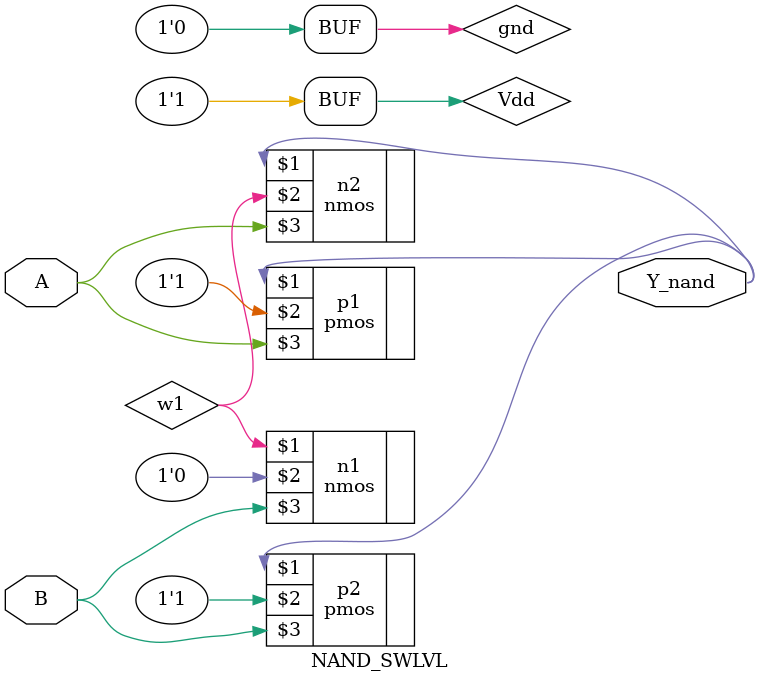
<source format=v>
module NAND_SWLVL(
input A,
input B,
output Y_nand
 );
 wire w1;
 supply1 Vdd;
 supply0 gnd;
 
 pmos p1(Y_nand,Vdd,A);
 pmos p2(Y_nand,Vdd,B);
 nmos n1(w1,gnd,B);
 nmos n2(Y_nand,w1,A);
 
 
endmodule
</source>
